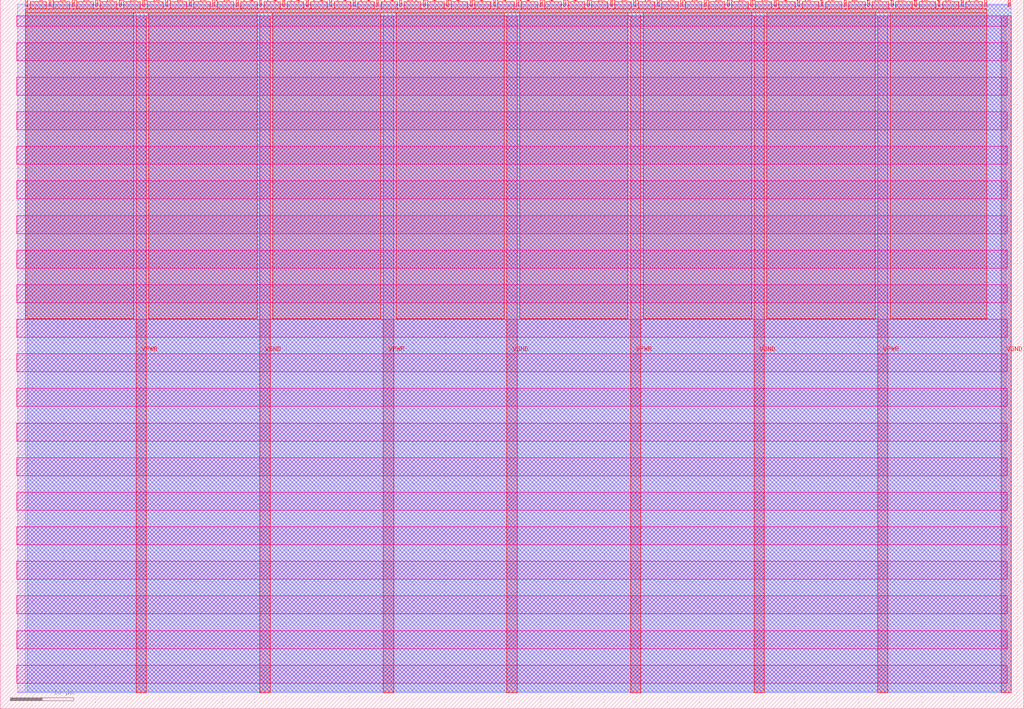
<source format=lef>
VERSION 5.7 ;
  NOWIREEXTENSIONATPIN ON ;
  DIVIDERCHAR "/" ;
  BUSBITCHARS "[]" ;
MACRO tt_um_sanojn_ttrpg_dice
  CLASS BLOCK ;
  FOREIGN tt_um_sanojn_ttrpg_dice ;
  ORIGIN 0.000 0.000 ;
  SIZE 161.000 BY 111.520 ;
  PIN VGND
    DIRECTION INOUT ;
    USE GROUND ;
    PORT
      LAYER met4 ;
        RECT 40.830 2.480 42.430 109.040 ;
    END
    PORT
      LAYER met4 ;
        RECT 79.700 2.480 81.300 109.040 ;
    END
    PORT
      LAYER met4 ;
        RECT 118.570 2.480 120.170 109.040 ;
    END
    PORT
      LAYER met4 ;
        RECT 157.440 2.480 159.040 109.040 ;
    END
  END VGND
  PIN VPWR
    DIRECTION INOUT ;
    USE POWER ;
    PORT
      LAYER met4 ;
        RECT 21.395 2.480 22.995 109.040 ;
    END
    PORT
      LAYER met4 ;
        RECT 60.265 2.480 61.865 109.040 ;
    END
    PORT
      LAYER met4 ;
        RECT 99.135 2.480 100.735 109.040 ;
    END
    PORT
      LAYER met4 ;
        RECT 138.005 2.480 139.605 109.040 ;
    END
  END VPWR
  PIN clk
    DIRECTION INPUT ;
    USE SIGNAL ;
    ANTENNAGATEAREA 0.852000 ;
    PORT
      LAYER met4 ;
        RECT 154.870 110.520 155.170 111.520 ;
    END
  END clk
  PIN ena
    DIRECTION INPUT ;
    USE SIGNAL ;
    PORT
      LAYER met4 ;
        RECT 158.550 110.520 158.850 111.520 ;
    END
  END ena
  PIN rst_n
    DIRECTION INPUT ;
    USE SIGNAL ;
    ANTENNAGATEAREA 0.213000 ;
    PORT
      LAYER met4 ;
        RECT 151.190 110.520 151.490 111.520 ;
    END
  END rst_n
  PIN ui_in[0]
    DIRECTION INPUT ;
    USE SIGNAL ;
    ANTENNAGATEAREA 0.213000 ;
    PORT
      LAYER met4 ;
        RECT 147.510 110.520 147.810 111.520 ;
    END
  END ui_in[0]
  PIN ui_in[1]
    DIRECTION INPUT ;
    USE SIGNAL ;
    ANTENNAGATEAREA 0.196500 ;
    PORT
      LAYER met4 ;
        RECT 143.830 110.520 144.130 111.520 ;
    END
  END ui_in[1]
  PIN ui_in[2]
    DIRECTION INPUT ;
    USE SIGNAL ;
    ANTENNAGATEAREA 0.196500 ;
    PORT
      LAYER met4 ;
        RECT 140.150 110.520 140.450 111.520 ;
    END
  END ui_in[2]
  PIN ui_in[3]
    DIRECTION INPUT ;
    USE SIGNAL ;
    ANTENNAGATEAREA 0.196500 ;
    PORT
      LAYER met4 ;
        RECT 136.470 110.520 136.770 111.520 ;
    END
  END ui_in[3]
  PIN ui_in[4]
    DIRECTION INPUT ;
    USE SIGNAL ;
    ANTENNAGATEAREA 0.196500 ;
    PORT
      LAYER met4 ;
        RECT 132.790 110.520 133.090 111.520 ;
    END
  END ui_in[4]
  PIN ui_in[5]
    DIRECTION INPUT ;
    USE SIGNAL ;
    ANTENNAGATEAREA 0.196500 ;
    PORT
      LAYER met4 ;
        RECT 129.110 110.520 129.410 111.520 ;
    END
  END ui_in[5]
  PIN ui_in[6]
    DIRECTION INPUT ;
    USE SIGNAL ;
    ANTENNAGATEAREA 0.196500 ;
    PORT
      LAYER met4 ;
        RECT 125.430 110.520 125.730 111.520 ;
    END
  END ui_in[6]
  PIN ui_in[7]
    DIRECTION INPUT ;
    USE SIGNAL ;
    ANTENNAGATEAREA 0.196500 ;
    PORT
      LAYER met4 ;
        RECT 121.750 110.520 122.050 111.520 ;
    END
  END ui_in[7]
  PIN uio_in[0]
    DIRECTION INPUT ;
    USE SIGNAL ;
    ANTENNAGATEAREA 0.196500 ;
    PORT
      LAYER met4 ;
        RECT 118.070 110.520 118.370 111.520 ;
    END
  END uio_in[0]
  PIN uio_in[1]
    DIRECTION INPUT ;
    USE SIGNAL ;
    ANTENNAGATEAREA 0.196500 ;
    PORT
      LAYER met4 ;
        RECT 114.390 110.520 114.690 111.520 ;
    END
  END uio_in[1]
  PIN uio_in[2]
    DIRECTION INPUT ;
    USE SIGNAL ;
    ANTENNAGATEAREA 0.126000 ;
    PORT
      LAYER met4 ;
        RECT 110.710 110.520 111.010 111.520 ;
    END
  END uio_in[2]
  PIN uio_in[3]
    DIRECTION INPUT ;
    USE SIGNAL ;
    ANTENNAGATEAREA 0.196500 ;
    PORT
      LAYER met4 ;
        RECT 107.030 110.520 107.330 111.520 ;
    END
  END uio_in[3]
  PIN uio_in[4]
    DIRECTION INPUT ;
    USE SIGNAL ;
    ANTENNAGATEAREA 0.196500 ;
    PORT
      LAYER met4 ;
        RECT 103.350 110.520 103.650 111.520 ;
    END
  END uio_in[4]
  PIN uio_in[5]
    DIRECTION INPUT ;
    USE SIGNAL ;
    ANTENNAGATEAREA 0.196500 ;
    PORT
      LAYER met4 ;
        RECT 99.670 110.520 99.970 111.520 ;
    END
  END uio_in[5]
  PIN uio_in[6]
    DIRECTION INPUT ;
    USE SIGNAL ;
    ANTENNAGATEAREA 0.196500 ;
    PORT
      LAYER met4 ;
        RECT 95.990 110.520 96.290 111.520 ;
    END
  END uio_in[6]
  PIN uio_in[7]
    DIRECTION INPUT ;
    USE SIGNAL ;
    ANTENNAGATEAREA 0.159000 ;
    PORT
      LAYER met4 ;
        RECT 92.310 110.520 92.610 111.520 ;
    END
  END uio_in[7]
  PIN uio_oe[0]
    DIRECTION OUTPUT TRISTATE ;
    USE SIGNAL ;
    ANTENNADIFFAREA 0.795200 ;
    PORT
      LAYER met4 ;
        RECT 29.750 110.520 30.050 111.520 ;
    END
  END uio_oe[0]
  PIN uio_oe[1]
    DIRECTION OUTPUT TRISTATE ;
    USE SIGNAL ;
    ANTENNADIFFAREA 0.445500 ;
    PORT
      LAYER met4 ;
        RECT 26.070 110.520 26.370 111.520 ;
    END
  END uio_oe[1]
  PIN uio_oe[2]
    DIRECTION OUTPUT TRISTATE ;
    USE SIGNAL ;
    PORT
      LAYER met4 ;
        RECT 22.390 110.520 22.690 111.520 ;
    END
  END uio_oe[2]
  PIN uio_oe[3]
    DIRECTION OUTPUT TRISTATE ;
    USE SIGNAL ;
    PORT
      LAYER met4 ;
        RECT 18.710 110.520 19.010 111.520 ;
    END
  END uio_oe[3]
  PIN uio_oe[4]
    DIRECTION OUTPUT TRISTATE ;
    USE SIGNAL ;
    PORT
      LAYER met4 ;
        RECT 15.030 110.520 15.330 111.520 ;
    END
  END uio_oe[4]
  PIN uio_oe[5]
    DIRECTION OUTPUT TRISTATE ;
    USE SIGNAL ;
    PORT
      LAYER met4 ;
        RECT 11.350 110.520 11.650 111.520 ;
    END
  END uio_oe[5]
  PIN uio_oe[6]
    DIRECTION OUTPUT TRISTATE ;
    USE SIGNAL ;
    PORT
      LAYER met4 ;
        RECT 7.670 110.520 7.970 111.520 ;
    END
  END uio_oe[6]
  PIN uio_oe[7]
    DIRECTION OUTPUT TRISTATE ;
    USE SIGNAL ;
    PORT
      LAYER met4 ;
        RECT 3.990 110.520 4.290 111.520 ;
    END
  END uio_oe[7]
  PIN uio_out[0]
    DIRECTION OUTPUT TRISTATE ;
    USE SIGNAL ;
    ANTENNADIFFAREA 0.795200 ;
    PORT
      LAYER met4 ;
        RECT 59.190 110.520 59.490 111.520 ;
    END
  END uio_out[0]
  PIN uio_out[1]
    DIRECTION OUTPUT TRISTATE ;
    USE SIGNAL ;
    PORT
      LAYER met4 ;
        RECT 55.510 110.520 55.810 111.520 ;
    END
  END uio_out[1]
  PIN uio_out[2]
    DIRECTION OUTPUT TRISTATE ;
    USE SIGNAL ;
    PORT
      LAYER met4 ;
        RECT 51.830 110.520 52.130 111.520 ;
    END
  END uio_out[2]
  PIN uio_out[3]
    DIRECTION OUTPUT TRISTATE ;
    USE SIGNAL ;
    ANTENNADIFFAREA 0.656750 ;
    PORT
      LAYER met4 ;
        RECT 48.150 110.520 48.450 111.520 ;
    END
  END uio_out[3]
  PIN uio_out[4]
    DIRECTION OUTPUT TRISTATE ;
    USE SIGNAL ;
    ANTENNADIFFAREA 0.656750 ;
    PORT
      LAYER met4 ;
        RECT 44.470 110.520 44.770 111.520 ;
    END
  END uio_out[4]
  PIN uio_out[5]
    DIRECTION OUTPUT TRISTATE ;
    USE SIGNAL ;
    PORT
      LAYER met4 ;
        RECT 40.790 110.520 41.090 111.520 ;
    END
  END uio_out[5]
  PIN uio_out[6]
    DIRECTION OUTPUT TRISTATE ;
    USE SIGNAL ;
    PORT
      LAYER met4 ;
        RECT 37.110 110.520 37.410 111.520 ;
    END
  END uio_out[6]
  PIN uio_out[7]
    DIRECTION OUTPUT TRISTATE ;
    USE SIGNAL ;
    PORT
      LAYER met4 ;
        RECT 33.430 110.520 33.730 111.520 ;
    END
  END uio_out[7]
  PIN uo_out[0]
    DIRECTION OUTPUT TRISTATE ;
    USE SIGNAL ;
    ANTENNADIFFAREA 0.913000 ;
    PORT
      LAYER met4 ;
        RECT 88.630 110.520 88.930 111.520 ;
    END
  END uo_out[0]
  PIN uo_out[1]
    DIRECTION OUTPUT TRISTATE ;
    USE SIGNAL ;
    ANTENNADIFFAREA 0.913000 ;
    PORT
      LAYER met4 ;
        RECT 84.950 110.520 85.250 111.520 ;
    END
  END uo_out[1]
  PIN uo_out[2]
    DIRECTION OUTPUT TRISTATE ;
    USE SIGNAL ;
    ANTENNADIFFAREA 0.913000 ;
    PORT
      LAYER met4 ;
        RECT 81.270 110.520 81.570 111.520 ;
    END
  END uo_out[2]
  PIN uo_out[3]
    DIRECTION OUTPUT TRISTATE ;
    USE SIGNAL ;
    ANTENNADIFFAREA 0.913000 ;
    PORT
      LAYER met4 ;
        RECT 77.590 110.520 77.890 111.520 ;
    END
  END uo_out[3]
  PIN uo_out[4]
    DIRECTION OUTPUT TRISTATE ;
    USE SIGNAL ;
    ANTENNADIFFAREA 0.913000 ;
    PORT
      LAYER met4 ;
        RECT 73.910 110.520 74.210 111.520 ;
    END
  END uo_out[4]
  PIN uo_out[5]
    DIRECTION OUTPUT TRISTATE ;
    USE SIGNAL ;
    ANTENNADIFFAREA 0.913000 ;
    PORT
      LAYER met4 ;
        RECT 70.230 110.520 70.530 111.520 ;
    END
  END uo_out[5]
  PIN uo_out[6]
    DIRECTION OUTPUT TRISTATE ;
    USE SIGNAL ;
    ANTENNADIFFAREA 0.913000 ;
    PORT
      LAYER met4 ;
        RECT 66.550 110.520 66.850 111.520 ;
    END
  END uo_out[6]
  PIN uo_out[7]
    DIRECTION OUTPUT TRISTATE ;
    USE SIGNAL ;
    ANTENNAGATEAREA 2.970000 ;
    ANTENNADIFFAREA 0.891000 ;
    PORT
      LAYER met4 ;
        RECT 62.870 110.520 63.170 111.520 ;
    END
  END uo_out[7]
  OBS
      LAYER nwell ;
        RECT 2.570 107.385 158.430 108.990 ;
        RECT 2.570 101.945 158.430 104.775 ;
        RECT 2.570 96.505 158.430 99.335 ;
        RECT 2.570 91.065 158.430 93.895 ;
        RECT 2.570 85.625 158.430 88.455 ;
        RECT 2.570 80.185 158.430 83.015 ;
        RECT 2.570 74.745 158.430 77.575 ;
        RECT 2.570 69.305 158.430 72.135 ;
        RECT 2.570 63.865 158.430 66.695 ;
        RECT 2.570 58.425 158.430 61.255 ;
        RECT 2.570 52.985 158.430 55.815 ;
        RECT 2.570 47.545 158.430 50.375 ;
        RECT 2.570 42.105 158.430 44.935 ;
        RECT 2.570 36.665 158.430 39.495 ;
        RECT 2.570 31.225 158.430 34.055 ;
        RECT 2.570 25.785 158.430 28.615 ;
        RECT 2.570 20.345 158.430 23.175 ;
        RECT 2.570 14.905 158.430 17.735 ;
        RECT 2.570 9.465 158.430 12.295 ;
        RECT 2.570 4.025 158.430 6.855 ;
      LAYER li1 ;
        RECT 2.760 2.635 158.240 108.885 ;
      LAYER met1 ;
        RECT 2.760 2.480 159.040 110.800 ;
      LAYER met2 ;
        RECT 4.230 2.535 159.010 110.830 ;
      LAYER met3 ;
        RECT 3.950 2.555 159.030 110.665 ;
      LAYER met4 ;
        RECT 4.690 110.120 7.270 111.170 ;
        RECT 8.370 110.120 10.950 111.170 ;
        RECT 12.050 110.120 14.630 111.170 ;
        RECT 15.730 110.120 18.310 111.170 ;
        RECT 19.410 110.120 21.990 111.170 ;
        RECT 23.090 110.120 25.670 111.170 ;
        RECT 26.770 110.120 29.350 111.170 ;
        RECT 30.450 110.120 33.030 111.170 ;
        RECT 34.130 110.120 36.710 111.170 ;
        RECT 37.810 110.120 40.390 111.170 ;
        RECT 41.490 110.120 44.070 111.170 ;
        RECT 45.170 110.120 47.750 111.170 ;
        RECT 48.850 110.120 51.430 111.170 ;
        RECT 52.530 110.120 55.110 111.170 ;
        RECT 56.210 110.120 58.790 111.170 ;
        RECT 59.890 110.120 62.470 111.170 ;
        RECT 63.570 110.120 66.150 111.170 ;
        RECT 67.250 110.120 69.830 111.170 ;
        RECT 70.930 110.120 73.510 111.170 ;
        RECT 74.610 110.120 77.190 111.170 ;
        RECT 78.290 110.120 80.870 111.170 ;
        RECT 81.970 110.120 84.550 111.170 ;
        RECT 85.650 110.120 88.230 111.170 ;
        RECT 89.330 110.120 91.910 111.170 ;
        RECT 93.010 110.120 95.590 111.170 ;
        RECT 96.690 110.120 99.270 111.170 ;
        RECT 100.370 110.120 102.950 111.170 ;
        RECT 104.050 110.120 106.630 111.170 ;
        RECT 107.730 110.120 110.310 111.170 ;
        RECT 111.410 110.120 113.990 111.170 ;
        RECT 115.090 110.120 117.670 111.170 ;
        RECT 118.770 110.120 121.350 111.170 ;
        RECT 122.450 110.120 125.030 111.170 ;
        RECT 126.130 110.120 128.710 111.170 ;
        RECT 129.810 110.120 132.390 111.170 ;
        RECT 133.490 110.120 136.070 111.170 ;
        RECT 137.170 110.120 139.750 111.170 ;
        RECT 140.850 110.120 143.430 111.170 ;
        RECT 144.530 110.120 147.110 111.170 ;
        RECT 148.210 110.120 150.790 111.170 ;
        RECT 151.890 110.120 154.470 111.170 ;
        RECT 3.975 109.440 155.185 110.120 ;
        RECT 3.975 61.375 20.995 109.440 ;
        RECT 23.395 61.375 40.430 109.440 ;
        RECT 42.830 61.375 59.865 109.440 ;
        RECT 62.265 61.375 79.300 109.440 ;
        RECT 81.700 61.375 98.735 109.440 ;
        RECT 101.135 61.375 118.170 109.440 ;
        RECT 120.570 61.375 137.605 109.440 ;
        RECT 140.005 61.375 155.185 109.440 ;
  END
END tt_um_sanojn_ttrpg_dice
END LIBRARY


</source>
